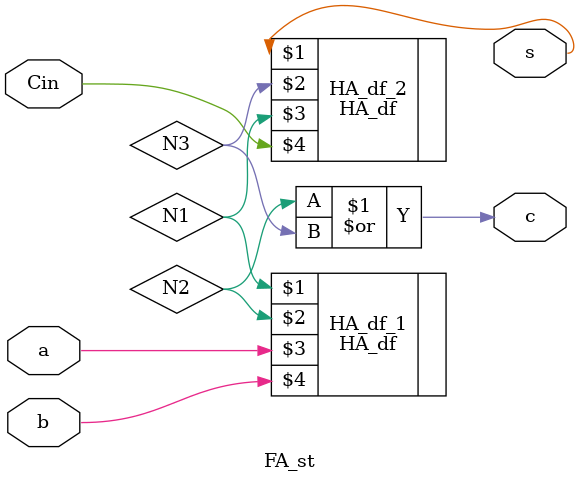
<source format=v>
module FA_st(s,c,a,b,Cin);
  input a,b,Cin;
  output s, c;
  wire N1, N2, N3;
  HA_df HA_df_1(N1, N2, a, b);
  HA_df HA_df_2(s, N3, N1, Cin);
  or or1(c, N2, N3);
endmodule

</source>
